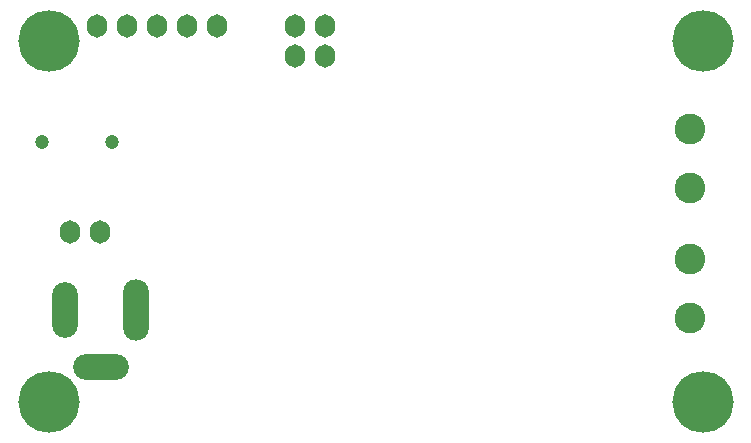
<source format=gbr>
G04 DipTrace 3.1.0.1*
G04 TPA3128D2route.BottomMask.gbr*
%MOIN*%
G04 #@! TF.FileFunction,Soldermask,Bot*
G04 #@! TF.Part,Single*
%ADD36C,0.047244*%
%ADD50C,0.204882*%
%ADD52O,0.185197X0.086772*%
%ADD54O,0.086772X0.185197*%
%ADD56O,0.086772X0.204882*%
%ADD58O,0.068031X0.078031*%
%ADD60C,0.10252*%
%FSLAX26Y26*%
G04*
G70*
G90*
G75*
G01*
G04 BotMask*
%LPD*%
D36*
X496378Y1386142D3*
X732598D3*
D60*
X2657795Y1232598D3*
Y1429449D3*
Y799528D3*
Y996378D3*
D58*
X981417Y1771969D3*
X781417D3*
X881417D3*
X1081417D3*
X681417D3*
D56*
X811339Y827087D3*
D54*
X575118D3*
D52*
X693228Y634173D3*
D50*
X520000Y1720787D3*
X2701102D3*
Y520000D3*
X520000D3*
D58*
X1342835Y1771969D3*
X1442835D3*
X1342835Y1671969D3*
X1442835D3*
X590866Y1086929D3*
X690866D3*
M02*

</source>
